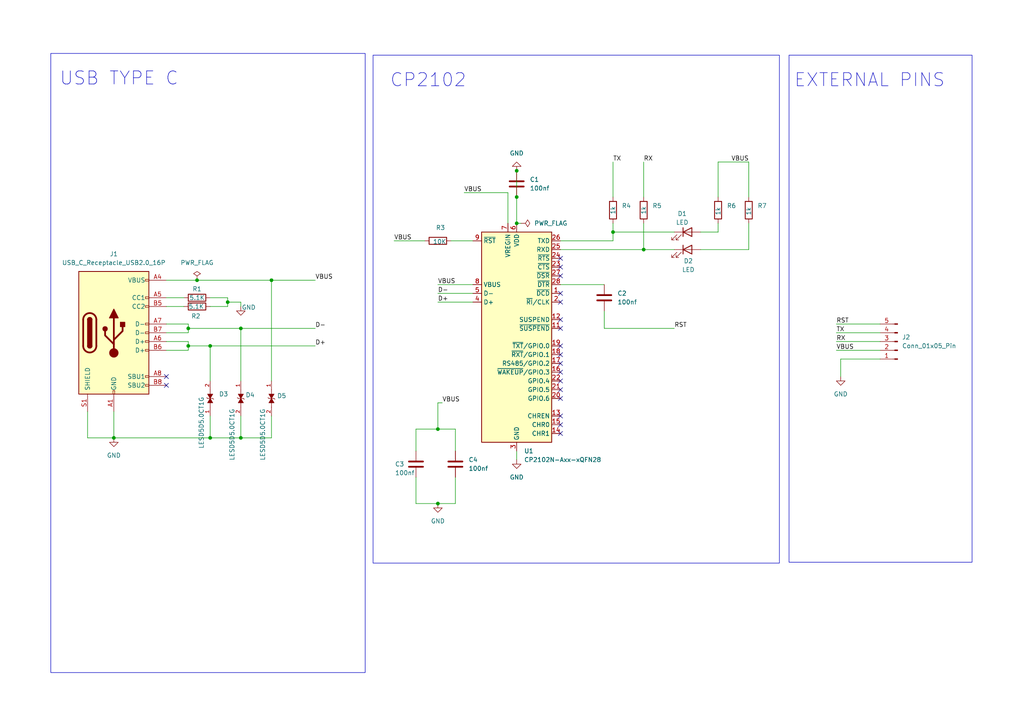
<source format=kicad_sch>
(kicad_sch (version 20250114) (generator "eeschema") (generator_version "9.0")
  (paper "A4")
  (title_block (title "USB TO UART CONVERTER USING CP2102") (company "Muhmammad Hammad ur Rehman"))
  (lib_symbols
    (symbol "Connector:Conn_01x05_Pin" (pin_names (offset 1.016) (hide yes))
      (property "Reference" "J" (at 0 7.62 0))
      (property "Value" "Conn_01x05_Pin" (at 0 -7.62 0))
      (symbol "Conn_01x05_Pin_1_1"
        (rectangle (start 0.8636 5.207) (end 0 4.953) (stroke (width 0.1524)) (fill (type outline)))
        (rectangle (start 0.8636 2.667) (end 0 2.413) (stroke (width 0.1524)) (fill (type outline)))
        (rectangle (start 0.8636 0.127) (end 0 -0.127) (stroke (width 0.1524)) (fill (type outline)))
        (rectangle (start 0.8636 -2.413) (end 0 -2.667) (stroke (width 0.1524)) (fill (type outline)))
        (rectangle (start 0.8636 -4.953) (end 0 -5.207) (stroke (width 0.1524)) (fill (type outline)))
        (polyline (pts (xy 1.27 5.08) (xy 0.8636 5.08)) (stroke (width 0.1524)))
        (polyline (pts (xy 1.27 2.54) (xy 0.8636 2.54)) (stroke (width 0.1524)))
        (polyline (pts (xy 1.27 0) (xy 0.8636 0)) (stroke (width 0.1524)))
        (polyline (pts (xy 1.27 -2.54) (xy 0.8636 -2.54)) (stroke (width 0.1524)))
        (polyline (pts (xy 1.27 -5.08) (xy 0.8636 -5.08)) (stroke (width 0.1524)))
        (pin passive line (at 5.08 5.08 180) (length 3.81) (name "Pin_1") (number "1"))
        (pin passive line (at 5.08 2.54 180) (length 3.81) (name "Pin_2") (number "2"))
        (pin passive line (at 5.08 0 180) (length 3.81) (name "Pin_3") (number "3"))
        (pin passive line (at 5.08 -2.54 180) (length 3.81) (name "Pin_4") (number "4"))
        (pin passive line (at 5.08 -5.08 180) (length 3.81) (name "Pin_5") (number "5"))
      )
    )
    (symbol "Connector:USB_C_Receptacle_USB2.0_16P" (pin_names (offset 1.016))
      (property "Reference" "J" (at 0 22.225 0))
      (property "Value" "USB_C_Receptacle_USB2.0_16P" (at 0 19.685 0))
      (symbol "USB_C_Receptacle_USB2.0_16P_0_0"
        (rectangle (start -0.254 -17.78) (end 0.254 -16.764))
        (rectangle (start 10.16 15.494) (end 9.144 14.986))
        (rectangle (start 10.16 10.414) (end 9.144 9.906))
        (rectangle (start 10.16 7.874) (end 9.144 7.366))
        (rectangle (start 10.16 2.794) (end 9.144 2.286))
        (rectangle (start 10.16 0.254) (end 9.144 -0.254))
        (rectangle (start 10.16 -2.286) (end 9.144 -2.794))
        (rectangle (start 10.16 -4.826) (end 9.144 -5.334))
        (rectangle (start 10.16 -12.446) (end 9.144 -12.954))
        (rectangle (start 10.16 -14.986) (end 9.144 -15.494))
      )
      (symbol "USB_C_Receptacle_USB2.0_16P_0_1"
        (rectangle (start -10.16 17.78) (end 10.16 -17.78) (stroke (width 0.254)) (fill (type background)))
        (polyline (pts (xy -8.89 -3.81) (xy -8.89 3.81)) (stroke (width 0.508)))
        (rectangle (start -7.62 -3.81) (end -6.35 3.81) (stroke (width 0.254)) (fill (type outline)))
        (arc (start -7.62 3.81) (mid -6.985 4.4423) (end -6.35 3.81) (stroke (width 0.254)))
        (arc (start -7.62 3.81) (mid -6.985 4.4423) (end -6.35 3.81) (stroke (width 0.254)) (fill (type outline)))
        (arc (start -8.89 3.81) (mid -6.985 5.7067) (end -5.08 3.81) (stroke (width 0.508)))
        (arc (start -5.08 -3.81) (mid -6.985 -5.7067) (end -8.89 -3.81) (stroke (width 0.508)))
        (arc (start -6.35 -3.81) (mid -6.985 -4.4423) (end -7.62 -3.81) (stroke (width 0.254)))
        (arc (start -6.35 -3.81) (mid -6.985 -4.4423) (end -7.62 -3.81) (stroke (width 0.254)) (fill (type outline)))
        (polyline (pts (xy -5.08 3.81) (xy -5.08 -3.81)) (stroke (width 0.508)))
        (circle (center -2.54 1.143) (radius 0.635) (stroke (width 0.254)) (fill (type outline)))
        (polyline (pts (xy -1.27 4.318) (xy 0 6.858) (xy 1.27 4.318) (xy -1.27 4.318)) (stroke (width 0.254)) (fill (type outline)))
        (polyline (pts (xy 0 -2.032) (xy 2.54 0.508) (xy 2.54 1.778)) (stroke (width 0.508)))
        (polyline (pts (xy 0 -3.302) (xy -2.54 -0.762) (xy -2.54 0.508)) (stroke (width 0.508)))
        (polyline (pts (xy 0 -5.842) (xy 0 4.318)) (stroke (width 0.508)))
        (circle (center 0 -5.842) (radius 1.27) (fill (type outline)))
        (rectangle (start 1.905 1.778) (end 3.175 3.048) (stroke (width 0.254)) (fill (type outline)))
      )
      (symbol "USB_C_Receptacle_USB2.0_16P_1_1"
        (pin passive line (at -7.62 -22.86 90) (length 5.08) (name "SHIELD") (number "S1"))
        (pin passive line (at 0 -22.86 90) (length 5.08) (name "GND") (number "A1"))
        (pin passive line (at 0 -22.86 90) (length 5.08) (hide yes) (name "GND") (number "A12"))
        (pin passive line (at 0 -22.86 90) (length 5.08) (hide yes) (name "GND") (number "B1"))
        (pin passive line (at 0 -22.86 90) (length 5.08) (hide yes) (name "GND") (number "B12"))
        (pin passive line (at 15.24 15.24 180) (length 5.08) (name "VBUS") (number "A4"))
        (pin passive line (at 15.24 15.24 180) (length 5.08) (hide yes) (name "VBUS") (number "A9"))
        (pin passive line (at 15.24 15.24 180) (length 5.08) (hide yes) (name "VBUS") (number "B4"))
        (pin passive line (at 15.24 15.24 180) (length 5.08) (hide yes) (name "VBUS") (number "B9"))
        (pin bidirectional line (at 15.24 10.16 180) (length 5.08) (name "CC1") (number "A5"))
        (pin bidirectional line (at 15.24 7.62 180) (length 5.08) (name "CC2") (number "B5"))
        (pin bidirectional line (at 15.24 2.54 180) (length 5.08) (name "D-") (number "A7"))
        (pin bidirectional line (at 15.24 0 180) (length 5.08) (name "D-") (number "B7"))
        (pin bidirectional line (at 15.24 -2.54 180) (length 5.08) (name "D+") (number "A6"))
        (pin bidirectional line (at 15.24 -5.08 180) (length 5.08) (name "D+") (number "B6"))
        (pin bidirectional line (at 15.24 -12.7 180) (length 5.08) (name "SBU1") (number "A8"))
        (pin bidirectional line (at 15.24 -15.24 180) (length 5.08) (name "SBU2") (number "B8"))
      )
    )
    (symbol "Device:C" (pin_numbers (hide yes)) (pin_names (offset 0.254))
      (property "Reference" "C" (at 0.635 2.54 0))
      (property "Value" "C" (at 0.635 -2.54 0))
      (symbol "C_0_1"
        (polyline (pts (xy -2.032 0.762) (xy 2.032 0.762)) (stroke (width 0.508)))
        (polyline (pts (xy -2.032 -0.762) (xy 2.032 -0.762)) (stroke (width 0.508)))
      )
      (symbol "C_1_1"
        (pin passive line (at 0 3.81 270) (length 2.794) (name "~") (number "1"))
        (pin passive line (at 0 -3.81 90) (length 2.794) (name "~") (number "2"))
      )
    )
    (symbol "Device:LED" (pin_numbers (hide yes)) (pin_names (offset 1.016) (hide yes))
      (property "Reference" "D" (at 0 2.54 0))
      (property "Value" "LED" (at 0 -2.54 0))
      (symbol "LED_0_1"
        (polyline (pts (xy -3.048 -0.762) (xy -4.572 -2.286) (xy -3.81 -2.286) (xy -4.572 -2.286) (xy -4.572 -1.524)))
        (polyline (pts (xy -1.778 -0.762) (xy -3.302 -2.286) (xy -2.54 -2.286) (xy -3.302 -2.286) (xy -3.302 -1.524)))
        (polyline (pts (xy -1.27 0) (xy 1.27 0)))
        (polyline (pts (xy -1.27 -1.27) (xy -1.27 1.27)) (stroke (width 0.254)))
        (polyline (pts (xy 1.27 -1.27) (xy 1.27 1.27) (xy -1.27 0) (xy 1.27 -1.27)) (stroke (width 0.254)))
      )
      (symbol "LED_1_1"
        (pin passive line (at -3.81 0 0) (length 2.54) (name "K") (number "1"))
        (pin passive line (at 3.81 0 180) (length 2.54) (name "A") (number "2"))
      )
    )
    (symbol "Device:R" (pin_numbers (hide yes)) (pin_names (offset 0))
      (property "Reference" "R" (at 2.032 0 90))
      (property "Value" "R" (at 0 0 90))
      (symbol "R_0_1"
        (rectangle (start -1.016 -2.54) (end 1.016 2.54) (stroke (width 0.254)))
      )
      (symbol "R_1_1"
        (pin passive line (at 0 3.81 270) (length 1.27) (name "~") (number "1"))
        (pin passive line (at 0 -3.81 90) (length 1.27) (name "~") (number "2"))
      )
    )
    (symbol "Interface_USB:CP2102N-Axx-xQFN28"
      (property "Reference" "U" (at -8.89 31.75 0))
      (property "Value" "CP2102N-Axx-xQFN28" (at 12.7 31.75 0))
      (symbol "CP2102N-Axx-xQFN28_0_1"
        (rectangle (start -10.16 30.48) (end 10.16 -30.48) (stroke (width 0.254)) (fill (type background)))
      )
      (symbol "CP2102N-Axx-xQFN28_1_1"
        (pin input line (at -12.7 27.94 0) (length 2.54) (name "~{RST}") (number "9"))
        (pin input line (at -12.7 15.24 0) (length 2.54) (name "VBUS") (number "8"))
        (pin bidirectional line (at -12.7 12.7 0) (length 2.54) (name "D-") (number "5"))
        (pin bidirectional line (at -12.7 10.16 0) (length 2.54) (name "D+") (number "4"))
        (pin no_connect line (at -10.16 -27.94 0) (length 2.54) (hide yes) (name "NC") (number "10"))
        (pin power_in line (at -2.54 33.02 270) (length 2.54) (name "VREGIN") (number "7"))
        (pin power_in line (at 0 33.02 270) (length 2.54) (name "VDD") (number "6"))
        (pin passive line (at 0 -33.02 90) (length 2.54) (hide yes) (name "GND") (number "29"))
        (pin power_in line (at 0 -33.02 90) (length 2.54) (name "GND") (number "3"))
        (pin output line (at 12.7 27.94 180) (length 2.54) (name "TXD") (number "26"))
        (pin input line (at 12.7 25.4 180) (length 2.54) (name "RXD") (number "25"))
        (pin output line (at 12.7 22.86 180) (length 2.54) (name "~{RTS}") (number "24"))
        (pin input line (at 12.7 20.32 180) (length 2.54) (name "~{CTS}") (number "23"))
        (pin input line (at 12.7 17.78 180) (length 2.54) (name "~{DSR}") (number "27"))
        (pin output line (at 12.7 15.24 180) (length 2.54) (name "~{DTR}") (number "28"))
        (pin input line (at 12.7 12.7 180) (length 2.54) (name "~{DCD}") (number "1"))
        (pin bidirectional line (at 12.7 10.16 180) (length 2.54) (name "~{RI}/CLK") (number "2"))
        (pin output line (at 12.7 5.08 180) (length 2.54) (name "SUSPEND") (number "12"))
        (pin output line (at 12.7 2.54 180) (length 2.54) (name "~{SUSPEND}") (number "11"))
        (pin bidirectional line (at 12.7 -2.54 180) (length 2.54) (name "~{TXT}/GPIO.0") (number "19"))
        (pin bidirectional line (at 12.7 -5.08 180) (length 2.54) (name "~{RXT}/GPIO.1") (number "18"))
        (pin bidirectional line (at 12.7 -7.62 180) (length 2.54) (name "RS485/GPIO.2") (number "17"))
        (pin bidirectional line (at 12.7 -10.16 180) (length 2.54) (name "~{WAKEUP}/GPIO.3") (number "16"))
        (pin bidirectional line (at 12.7 -12.7 180) (length 2.54) (name "GPIO.4") (number "22"))
        (pin bidirectional line (at 12.7 -15.24 180) (length 2.54) (name "GPIO.5") (number "21"))
        (pin bidirectional line (at 12.7 -17.78 180) (length 2.54) (name "GPIO.6") (number "20"))
        (pin output line (at 12.7 -22.86 180) (length 2.54) (name "CHREN") (number "13"))
        (pin output line (at 12.7 -25.4 180) (length 2.54) (name "CHR0") (number "15"))
        (pin output line (at 12.7 -27.94 180) (length 2.54) (name "CHR1") (number "14"))
      )
    )
    (symbol "LESD5D5.0CT1G:LESD5D5.0CT1G" (pin_names (offset 1.016))
      (property "Reference" "D" (at -5.08 2.54 0))
      (property "Value" "LESD5D5.0CT1G" (at -5.08 -5.08 0))
      (symbol "LESD5D5.0CT1G_0_0"
        (polyline (pts (xy -1.27 0) (xy -2.54 0)) (stroke (width 0.1524)))
        (polyline (pts (xy 0 0.762) (xy 0.254 1.016)) (stroke (width 0.1524)))
        (polyline (pts (xy 0 0) (xy -1.27 -0.762) (xy -1.27 0.762) (xy 0 0)) (stroke (width 0.1524)) (fill (type outline)))
        (polyline (pts (xy 0 0) (xy 1.27 0.762) (xy 1.27 -0.762) (xy 0 0)) (stroke (width 0.1524)) (fill (type outline)))
        (polyline (pts (xy 0 -0.762) (xy -0.254 -1.016)) (stroke (width 0.1524)))
        (polyline (pts (xy 0 -0.762) (xy 0 0.762)) (stroke (width 0.1524)))
        (polyline (pts (xy 1.27 0) (xy 2.54 0)) (stroke (width 0.1524)))
        (pin passive line (at -5.08 0 0) (length 2.54) (name "~") (number "1"))
        (pin passive line (at 5.08 0 180) (length 2.54) (name "~") (number "2"))
      )
    )
    (symbol "power:GND" (power) (pin_numbers (hide yes)) (pin_names (offset 0) (hide yes))
      (property "Value" "GND" (at 0 -3.81 0))
      (symbol "GND_0_1"
        (polyline (pts (xy 0 0) (xy 0 -1.27) (xy 1.27 -1.27) (xy 0 -2.54) (xy -1.27 -1.27) (xy 0 -1.27)))
      )
      (symbol "GND_1_1"
        (pin power_in line (at 0 0 270) (length 0) (name "~") (number "1"))
      )
    )
    (symbol "power:PWR_FLAG" (power) (pin_numbers (hide yes)) (pin_names (offset 0) (hide yes))
      (property "Value" "PWR_FLAG" (at 0 3.81 0))
      (symbol "PWR_FLAG_0_0"
        (pin power_out line (at 0 0 90) (length 0) (name "~") (number "1"))
      )
      (symbol "PWR_FLAG_0_1"
        (polyline (pts (xy 0 0) (xy 0 1.27) (xy -1.016 1.905) (xy 0 2.54) (xy 1.016 1.905) (xy 0 1.27)))
      )
    )
  )
  (rectangle (start 228.854 16.002) (end 281.94 163.068))
  (rectangle (start 108.204 16.002) (end 226.06 163.322))
  (rectangle (start 14.732 15.494) (end 105.918 195.072))
  (text "CP2102\n" (at 124.206 23.368 0) (effects (font (size 3.81 3.81))))
  (text "USB TYPE C\n" (at 34.544 22.86 0) (effects (font (size 3.81 3.81))))
  (text "EXTERNAL PINS\n" (at 252.222 23.368 0) (effects (font (size 3.81 3.81))))
  (junction (at 186.69 72.39))
  (junction (at 57.15 81.28))
  (junction (at 60.96 100.33))
  (junction (at 66.04 87.63))
  (junction (at 127 146.05))
  (junction (at 54.61 95.25))
  (junction (at 149.86 57.15))
  (junction (at 33.02 127))
  (junction (at 149.86 49.53))
  (junction (at 69.85 127))
  (junction (at 177.8 67.31))
  (junction (at 69.85 95.25))
  (junction (at 149.86 64.77))
  (junction (at 60.96 127))
  (junction (at 127 124.46))
  (junction (at 54.61 100.33))
  (junction (at 78.74 81.28))
  (no_connect (at 162.56 125.73))
  (no_connect (at 162.56 77.47))
  (no_connect (at 162.56 87.63))
  (no_connect (at 162.56 110.49))
  (no_connect (at 162.56 100.33))
  (no_connect (at 162.56 85.09))
  (no_connect (at 162.56 102.87))
  (no_connect (at 162.56 95.25))
  (no_connect (at 162.56 120.65))
  (no_connect (at 162.56 107.95))
  (no_connect (at 162.56 105.41))
  (no_connect (at 48.26 111.76))
  (no_connect (at 162.56 74.93))
  (no_connect (at 162.56 92.71))
  (no_connect (at 162.56 113.03))
  (no_connect (at 162.56 115.57))
  (no_connect (at 48.26 109.22))
  (no_connect (at 162.56 80.01))
  (no_connect (at 162.56 123.19))
  (wire (pts (xy 78.74 110.49) (xy 78.74 81.28)))
  (wire (pts (xy 48.26 81.28) (xy 57.15 81.28)))
  (wire (pts (xy 120.65 146.05) (xy 127 146.05)))
  (wire (pts (xy 127 85.09) (xy 137.16 85.09)))
  (wire (pts (xy 66.04 86.36) (xy 66.04 87.63)))
  (wire (pts (xy 127 124.46) (xy 132.08 124.46)))
  (wire (pts (xy 147.32 55.88) (xy 147.32 64.77)))
  (wire (pts (xy 132.08 124.46) (xy 132.08 130.81)))
  (wire (pts (xy 48.26 93.98) (xy 54.61 93.98)))
  (wire (pts (xy 208.28 46.99) (xy 208.28 57.15)))
  (wire (pts (xy 177.8 69.85) (xy 177.8 67.31)))
  (wire (pts (xy 54.61 93.98) (xy 54.61 95.25)))
  (wire (pts (xy 69.85 120.65) (xy 69.85 127)))
  (wire (pts (xy 69.85 127) (xy 78.74 127)))
  (wire (pts (xy 120.65 130.81) (xy 120.65 124.46)))
  (wire (pts (xy 25.4 119.38) (xy 25.4 127)))
  (wire (pts (xy 54.61 95.25) (xy 54.61 96.52)))
  (wire (pts (xy 127 146.05) (xy 132.08 146.05)))
  (wire (pts (xy 66.04 88.9) (xy 60.96 88.9)))
  (wire (pts (xy 120.65 138.43) (xy 120.65 146.05)))
  (wire (pts (xy 57.15 81.28) (xy 78.74 81.28)))
  (wire (pts (xy 175.26 95.25) (xy 175.26 90.17)))
  (wire (pts (xy 177.8 67.31) (xy 195.58 67.31)))
  (wire (pts (xy 130.81 69.85) (xy 137.16 69.85)))
  (wire (pts (xy 69.85 95.25) (xy 54.61 95.25)))
  (wire (pts (xy 149.86 133.35) (xy 149.86 130.81)))
  (wire (pts (xy 195.58 95.25) (xy 175.26 95.25)))
  (wire (pts (xy 69.85 95.25) (xy 91.44 95.25)))
  (wire (pts (xy 91.44 81.28) (xy 78.74 81.28)))
  (wire (pts (xy 33.02 127) (xy 33.02 119.38)))
  (wire (pts (xy 60.96 127) (xy 69.85 127)))
  (wire (pts (xy 243.84 109.22) (xy 243.84 104.14)))
  (wire (pts (xy 208.28 46.99) (xy 217.17 46.99)))
  (wire (pts (xy 69.85 110.49) (xy 69.85 95.25)))
  (wire (pts (xy 217.17 46.99) (xy 217.17 57.15)))
  (wire (pts (xy 243.84 104.14) (xy 255.27 104.14)))
  (wire (pts (xy 54.61 100.33) (xy 54.61 101.6)))
  (wire (pts (xy 242.57 99.06) (xy 255.27 99.06)))
  (wire (pts (xy 66.04 87.63) (xy 66.04 88.9)))
  (wire (pts (xy 54.61 96.52) (xy 48.26 96.52)))
  (wire (pts (xy 186.69 72.39) (xy 186.69 64.77)))
  (wire (pts (xy 54.61 99.06) (xy 54.61 100.33)))
  (wire (pts (xy 60.96 110.49) (xy 60.96 100.33)))
  (wire (pts (xy 25.4 127) (xy 33.02 127)))
  (wire (pts (xy 203.2 67.31) (xy 208.28 67.31)))
  (wire (pts (xy 177.8 67.31) (xy 177.8 64.77)))
  (wire (pts (xy 217.17 72.39) (xy 203.2 72.39)))
  (wire (pts (xy 60.96 100.33) (xy 54.61 100.33)))
  (wire (pts (xy 149.86 64.77) (xy 149.86 57.15)))
  (wire (pts (xy 78.74 127) (xy 78.74 120.65)))
  (wire (pts (xy 53.34 88.9) (xy 48.26 88.9)))
  (wire (pts (xy 69.85 88.9) (xy 69.85 87.63)))
  (wire (pts (xy 127 82.55) (xy 137.16 82.55)))
  (wire (pts (xy 60.96 120.65) (xy 60.96 127)))
  (wire (pts (xy 186.69 72.39) (xy 195.58 72.39)))
  (wire (pts (xy 162.56 72.39) (xy 186.69 72.39)))
  (wire (pts (xy 69.85 87.63) (xy 66.04 87.63)))
  (wire (pts (xy 186.69 46.99) (xy 186.69 57.15)))
  (wire (pts (xy 162.56 69.85) (xy 177.8 69.85)))
  (wire (pts (xy 48.26 99.06) (xy 54.61 99.06)))
  (wire (pts (xy 177.8 46.99) (xy 177.8 57.15)))
  (wire (pts (xy 60.96 86.36) (xy 66.04 86.36)))
  (wire (pts (xy 60.96 100.33) (xy 91.44 100.33)))
  (wire (pts (xy 242.57 96.52) (xy 255.27 96.52)))
  (wire (pts (xy 134.62 55.88) (xy 147.32 55.88)))
  (wire (pts (xy 54.61 101.6) (xy 48.26 101.6)))
  (wire (pts (xy 149.86 57.15) (xy 149.86 49.53)))
  (wire (pts (xy 132.08 146.05) (xy 132.08 138.43)))
  (wire (pts (xy 151.13 64.77) (xy 149.86 64.77)))
  (wire (pts (xy 33.02 127) (xy 60.96 127)))
  (wire (pts (xy 208.28 67.31) (xy 208.28 64.77)))
  (wire (pts (xy 162.56 82.55) (xy 175.26 82.55)))
  (wire (pts (xy 120.65 124.46) (xy 127 124.46)))
  (wire (pts (xy 242.57 93.98) (xy 255.27 93.98)))
  (wire (pts (xy 217.17 64.77) (xy 217.17 72.39)))
  (wire (pts (xy 53.34 86.36) (xy 48.26 86.36)))
  (wire (pts (xy 128.27 116.84) (xy 127 116.84)))
  (wire (pts (xy 242.57 101.6) (xy 255.27 101.6)))
  (wire (pts (xy 127 116.84) (xy 127 124.46)))
  (wire (pts (xy 127 87.63) (xy 137.16 87.63)))
  (wire (pts (xy 114.3 69.85) (xy 123.19 69.85)))
  (label "VBUS" (at 91.44 81.28 0))
  (label "VBUS" (at 128.27 116.84 0))
  (label "RX" (at 242.57 99.06 0))
  (label "TX" (at 177.8 46.99 0))
  (label "D+" (at 127 87.63 0))
  (label "TX" (at 242.57 96.52 0))
  (label "VBUS" (at 212.09 46.99 0))
  (label "VBUS" (at 134.62 55.88 0))
  (label "VBUS" (at 242.57 101.6 0))
  (label "RX" (at 186.69 46.99 0))
  (label "D-" (at 91.44 95.25 0))
  (label "D+" (at 91.44 100.33 0))
  (label "VBUS" (at 127 82.55 0))
  (label "RST" (at 195.58 95.25 0))
  (label "D-" (at 127 85.09 0))
  (label "VBUS" (at 114.3 69.85 0))
  (label "RST" (at 242.57 93.98 0))
  (symbol (lib_id "power:GND") (at 33.02 127 0) (unit 1)
    (property "Reference" "#PWR02" (effects (hide yes)))
    (property "Value" "GND" (at 33.02 132.08 0))
    (property "Description" "Power symbol creates a global label with name \"GND\" , ground" (effects (hide yes)))
  )
  (symbol (lib_id "power:GND") (at 243.84 109.22 0) (unit 1)
    (property "Reference" "#PWR04" (effects (hide yes)))
    (property "Value" "GND" (at 243.84 114.3 0))
    (property "Description" "Power symbol creates a global label with name \"GND\" , ground" (effects (hide yes)))
  )
  (symbol (lib_id "Interface_USB:CP2102N-Axx-xQFN28") (at 149.86 97.79 0) (unit 1)
    (property "Reference" "U1" (at 152.0033 130.81 0) (effects (justify left)))
    (property "Value" "CP2102N-Axx-xQFN28" (at 152.0033 133.35 0) (effects (justify left)))
    (property "Footprint" "Package_DFN_QFN:QFN-28-1EP_5x5mm_P0.5mm_EP3.35x3.35mm" (effects (hide yes)))
    (property "Datasheet" "https://www.silabs.com/documents/public/data-sheets/cp2102n-datasheet.pdf" (effects (hide yes)))
    (property "Description" "USB to UART master bridge, QFN-28" (effects (hide yes)))
  )
  (symbol (lib_id "Device:C") (at 132.08 134.62 0) (unit 1)
    (property "Reference" "C4" (at 135.89 133.3499 0) (effects (justify left)))
    (property "Value" "100nf" (at 135.89 135.8899 0) (effects (justify left)))
    (property "Footprint" "Capacitor_SMD:C_0201_0603Metric" (effects (hide yes)))
    (property "Description" "Unpolarized capacitor" (effects (hide yes)))
  )
  (symbol (lib_id "Device:C") (at 149.86 53.34 0) (unit 1)
    (property "Reference" "C1" (at 153.67 52.0699 0) (effects (justify left)))
    (property "Value" "100nf" (at 153.67 54.6099 0) (effects (justify left)))
    (property "Footprint" "Capacitor_SMD:C_0201_0603Metric" (effects (hide yes)))
    (property "Description" "Unpolarized capacitor" (effects (hide yes)))
  )
  (symbol (lib_id "LESD5D5.0CT1G:LESD5D5.0CT1G") (at 60.96 115.57 90) (unit 1)
    (property "Reference" "D3" (at 63.5 114.2999 90) (effects (justify right)))
    (property "Value" "LESD5D5.0CT1G" (at 58.42 115.062 0) (effects (justify right)))
    (property "Footprint" "LEDSD5D5.OCT1G:TVS_LESD5D5.0CT1G" (effects (hide yes)))
    (property "MF" "Leshan Radio Co." (effects (hide yes)))
    (property "MAXIMUM_PACKAGE_HEIGHT" "0.7 mm" (effects (hide yes)))
    (property "Package" "None" (effects (hide yes)))
    (property "Price" "None" (effects (hide yes)))
    (property "Check_prices" "https://www.snapeda.com/parts/LESD5D5.0CT1G/Leshan+Radio/view-part/?ref=eda" (effects (hide yes)))
    (property "STANDARD" "Manufacturer Recommendations" (effects (hide yes)))
    (property "PARTREV" "O" (effects (hide yes)))
    (property "SnapEDA_Link" "https://www.snapeda.com/parts/LESD5D5.0CT1G/Leshan+Radio/view-part/?ref=snap" (effects (hide yes)))
    (property "MP" "LESD5D5.0CT1G" (effects (hide yes)))
    (property "Description_1" "Transient Voltage Suppressors for ESD Protection" (effects (hide yes)))
    (property "Availability" "In Stock" (effects (hide yes)))
    (property "MANUFACTURER" "LRC" (effects (hide yes)))
  )
  (symbol (lib_id "power:GND") (at 127 146.05 0) (unit 1)
    (property "Reference" "#PWR03" (effects (hide yes)))
    (property "Value" "GND" (at 127 151.13 0))
    (property "Description" "Power symbol creates a global label with name \"GND\" , ground" (effects (hide yes)))
  )
  (symbol (lib_id "Device:R") (at 127 69.85 90) (unit 1)
    (property "Reference" "R3" (at 127.762 66.04 90))
    (property "Value" "10K" (at 127.508 70.104 90))
    (property "Footprint" "Resistor_SMD:R_0201_0603Metric" (effects (hide yes)))
    (property "Description" "Resistor" (effects (hide yes)))
  )
  (symbol (lib_id "Device:R") (at 177.8 60.96 0) (unit 1)
    (property "Reference" "R4" (at 180.34 59.6899 0) (effects (justify left)))
    (property "Value" "1k" (at 177.8 62.23 90) (effects (justify left)))
    (property "Footprint" "Resistor_SMD:R_0201_0603Metric" (effects (hide yes)))
    (property "Description" "Resistor" (effects (hide yes)))
  )
  (symbol (lib_id "Device:C") (at 175.26 86.36 0) (unit 1)
    (property "Reference" "C2" (at 179.07 85.0899 0) (effects (justify left)))
    (property "Value" "100nf" (at 179.07 87.6299 0) (effects (justify left)))
    (property "Footprint" "Capacitor_SMD:C_0201_0603Metric" (effects (hide yes)))
    (property "Description" "Unpolarized capacitor" (effects (hide yes)))
  )
  (symbol (lib_id "Device:LED") (at 199.39 67.31 0) (unit 1)
    (property "Reference" "D1" (at 197.866 61.976 0))
    (property "Value" "LED" (at 197.866 64.516 0))
    (property "Footprint" "LED_SMD:LED_0201_0603Metric" (effects (hide yes)))
    (property "Description" "Light emitting diode" (effects (hide yes)))
    (property "Sim.Pins" "1=K 2=A" (effects (hide yes)))
  )
  (symbol (lib_id "Device:C") (at 120.65 134.62 0) (unit 1)
    (property "Reference" "C3" (at 114.554 134.62 0) (effects (justify left)))
    (property "Value" "100nf" (at 114.554 137.16 0) (effects (justify left)))
    (property "Footprint" "Capacitor_SMD:C_0201_0603Metric" (effects (hide yes)))
    (property "Description" "Unpolarized capacitor" (effects (hide yes)))
  )
  (symbol (lib_id "Device:R") (at 217.17 60.96 0) (unit 1)
    (property "Reference" "R7" (at 219.71 59.6899 0) (effects (justify left)))
    (property "Value" "1k" (at 217.17 62.484 90) (effects (justify left)))
    (property "Footprint" "Resistor_SMD:R_0201_0603Metric" (effects (hide yes)))
    (property "Description" "Resistor" (effects (hide yes)))
  )
  (symbol (lib_id "Device:LED") (at 199.39 72.39 0) (unit 1)
    (property "Reference" "D2" (at 199.644 75.692 0))
    (property "Value" "LED" (at 199.644 78.232 0))
    (property "Footprint" "LED_SMD:LED_0201_0603Metric" (effects (hide yes)))
    (property "Description" "Light emitting diode" (effects (hide yes)))
    (property "Sim.Pins" "1=K 2=A" (effects (hide yes)))
  )
  (symbol (lib_id "Device:R") (at 208.28 60.96 0) (unit 1)
    (property "Reference" "R6" (at 210.82 59.6899 0) (effects (justify left)))
    (property "Value" "1k" (at 208.28 62.484 90) (effects (justify left)))
    (property "Footprint" "Resistor_SMD:R_0201_0603Metric" (effects (hide yes)))
    (property "Description" "Resistor" (effects (hide yes)))
  )
  (symbol (lib_id "power:GND") (at 149.86 49.53 180) (unit 1)
    (property "Reference" "#PWR06" (effects (hide yes)))
    (property "Value" "GND" (at 149.86 44.45 0))
    (property "Description" "Power symbol creates a global label with name \"GND\" , ground" (effects (hide yes)))
  )
  (symbol (lib_id "power:PWR_FLAG") (at 151.13 64.77 270) (unit 1)
    (property "Reference" "#FLG03" (effects (hide yes)))
    (property "Value" "PWR_FLAG" (at 154.94 64.7699 90) (effects (justify left)))
    (property "Description" "Special symbol for telling ERC where power comes from" (effects (hide yes)))
  )
  (symbol (lib_id "power:GND") (at 69.85 88.9 0) (unit 1)
    (property "Reference" "#PWR05" (effects (hide yes)))
    (property "Value" "GND" (at 72.136 89.154 0))
    (property "Description" "Power symbol creates a global label with name \"GND\" , ground" (effects (hide yes)))
  )
  (symbol (lib_id "power:GND") (at 149.86 133.35 0) (unit 1)
    (property "Reference" "#PWR01" (effects (hide yes)))
    (property "Value" "GND" (at 149.86 138.43 0))
    (property "Description" "Power symbol creates a global label with name \"GND\" , ground" (effects (hide yes)))
  )
  (symbol (lib_id "LESD5D5.0CT1G:LESD5D5.0CT1G") (at 69.85 115.57 270) (unit 1)
    (property "Reference" "D4" (at 73.914 114.554 90) (effects (justify right)))
    (property "Value" "LESD5D5.0CT1G" (at 67.31 133.604 0) (effects (justify right)))
    (property "Footprint" "LEDSD5D5.OCT1G:TVS_LESD5D5.0CT1G" (effects (hide yes)))
    (property "MF" "Leshan Radio Co." (effects (hide yes)))
    (property "MAXIMUM_PACKAGE_HEIGHT" "0.7 mm" (effects (hide yes)))
    (property "Package" "None" (effects (hide yes)))
    (property "Price" "None" (effects (hide yes)))
    (property "Check_prices" "https://www.snapeda.com/parts/LESD5D5.0CT1G/Leshan+Radio/view-part/?ref=eda" (effects (hide yes)))
    (property "STANDARD" "Manufacturer Recommendations" (effects (hide yes)))
    (property "PARTREV" "O" (effects (hide yes)))
    (property "SnapEDA_Link" "https://www.snapeda.com/parts/LESD5D5.0CT1G/Leshan+Radio/view-part/?ref=snap" (effects (hide yes)))
    (property "MP" "LESD5D5.0CT1G" (effects (hide yes)))
    (property "Description_1" "Transient Voltage Suppressors for ESD Protection" (effects (hide yes)))
    (property "Availability" "In Stock" (effects (hide yes)))
    (property "MANUFACTURER" "LRC" (effects (hide yes)))
  )
  (symbol (lib_id "Device:R") (at 57.15 86.36 90) (unit 1)
    (property "Reference" "R1" (at 57.15 83.82 90))
    (property "Value" "5.1K" (at 57.15 86.36 90))
    (property "Footprint" "Resistor_SMD:R_0201_0603Metric" (effects (hide yes)))
    (property "Description" "Resistor" (effects (hide yes)))
  )
  (symbol (lib_id "Connector:USB_C_Receptacle_USB2.0_16P") (at 33.02 96.52 0) (unit 1)
    (property "Reference" "J1" (at 33.02 73.66 0))
    (property "Value" "USB_C_Receptacle_USB2.0_16P" (at 33.02 76.2 0))
    (property "Footprint" "Connector_USB:USB_C_Receptacle_HRO_TYPE-C-31-M-12" (effects (hide yes)))
    (property "Datasheet" "https://www.usb.org/sites/default/files/documents/usb_type-c.zip" (effects (hide yes)))
    (property "Description" "USB 2.0-only 16P Type-C Receptacle connector" (effects (hide yes)))
  )
  (symbol (lib_id "power:PWR_FLAG") (at 57.15 81.28 0) (unit 1)
    (property "Reference" "#FLG01" (effects (hide yes)))
    (property "Value" "PWR_FLAG" (at 57.15 76.2 0))
    (property "Description" "Special symbol for telling ERC where power comes from" (effects (hide yes)))
  )
  (symbol (lib_id "Connector:Conn_01x05_Pin") (at 260.35 99.06 180) (unit 1)
    (property "Reference" "J2" (at 261.62 97.7899 0) (effects (justify right)))
    (property "Value" "Conn_01x05_Pin" (at 261.62 100.3299 0) (effects (justify right)))
    (property "Footprint" "Connector_PinHeader_2.54mm:PinHeader_1x05_P2.54mm_Horizontal" (effects (hide yes)))
    (property "Description" "Generic connector, single row, 01x05, script generated" (effects (hide yes)))
  )
  (symbol (lib_id "Device:R") (at 57.15 88.9 90) (unit 1)
    (property "Reference" "R2" (at 58.166 91.694 90) (effects (justify left)))
    (property "Value" "5.1K" (at 59.182 88.9 90) (effects (justify left)))
    (property "Footprint" "Resistor_SMD:R_0201_0603Metric" (effects (hide yes)))
    (property "Description" "Resistor" (effects (hide yes)))
  )
  (symbol (lib_id "Device:R") (at 186.69 60.96 0) (unit 1)
    (property "Reference" "R5" (at 189.23 59.6899 0) (effects (justify left)))
    (property "Value" "1k" (at 186.69 62.23 90) (effects (justify left)))
    (property "Footprint" "Resistor_SMD:R_0201_0603Metric" (effects (hide yes)))
    (property "Description" "Resistor" (effects (hide yes)))
  )
  (symbol (lib_id "LESD5D5.0CT1G:LESD5D5.0CT1G") (at 78.74 115.57 270) (unit 1)
    (property "Reference" "D5" (at 83.058 114.808 90) (effects (justify right)))
    (property "Value" "LESD5D5.0CT1G" (at 76.2 133.604 0) (effects (justify right)))
    (property "Footprint" "LEDSD5D5.OCT1G:TVS_LESD5D5.0CT1G" (effects (hide yes)))
    (property "MF" "Leshan Radio Co." (effects (hide yes)))
    (property "MAXIMUM_PACKAGE_HEIGHT" "0.7 mm" (effects (hide yes)))
    (property "Package" "None" (effects (hide yes)))
    (property "Price" "None" (effects (hide yes)))
    (property "Check_prices" "https://www.snapeda.com/parts/LESD5D5.0CT1G/Leshan+Radio/view-part/?ref=eda" (effects (hide yes)))
    (property "STANDARD" "Manufacturer Recommendations" (effects (hide yes)))
    (property "PARTREV" "O" (effects (hide yes)))
    (property "SnapEDA_Link" "https://www.snapeda.com/parts/LESD5D5.0CT1G/Leshan+Radio/view-part/?ref=snap" (effects (hide yes)))
    (property "MP" "LESD5D5.0CT1G" (effects (hide yes)))
    (property "Description_1" "Transient Voltage Suppressors for ESD Protection" (effects (hide yes)))
    (property "Availability" "In Stock" (effects (hide yes)))
    (property "MANUFACTURER" "LRC" (effects (hide yes)))
  )
)
</source>
